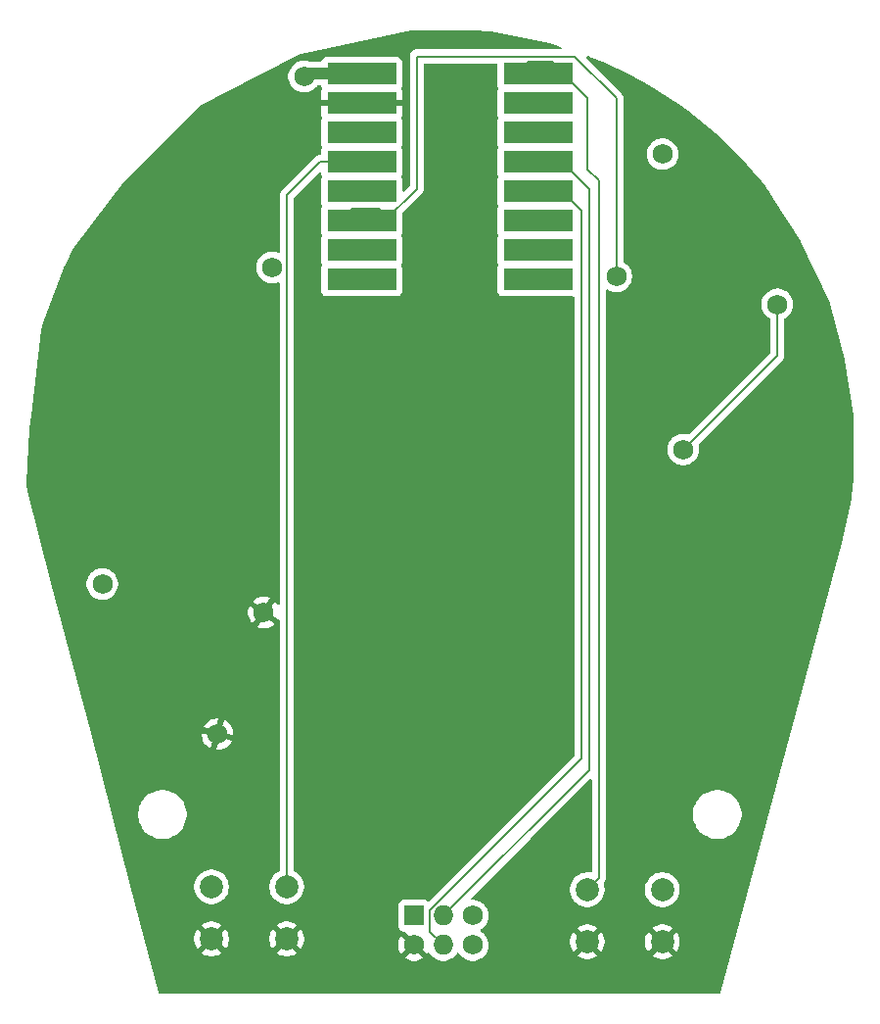
<source format=gbl>
%TF.GenerationSoftware,KiCad,Pcbnew,9.0.1*%
%TF.CreationDate,2025-07-21T02:07:33-04:00*%
%TF.ProjectId,EMP_Cyclone_SAO_v1,454d505f-4379-4636-9c6f-6e655f53414f,rev?*%
%TF.SameCoordinates,Original*%
%TF.FileFunction,Copper,L2,Bot*%
%TF.FilePolarity,Positive*%
%FSLAX46Y46*%
G04 Gerber Fmt 4.6, Leading zero omitted, Abs format (unit mm)*
G04 Created by KiCad (PCBNEW 9.0.1) date 2025-07-21 02:07:33*
%MOMM*%
%LPD*%
G01*
G04 APERTURE LIST*
%TA.AperFunction,ComponentPad*%
%ADD10C,1.727200*%
%TD*%
%TA.AperFunction,ComponentPad*%
%ADD11C,2.000000*%
%TD*%
%TA.AperFunction,ComponentPad*%
%ADD12R,1.727200X1.727200*%
%TD*%
%TA.AperFunction,ComponentPad*%
%ADD13O,1.727200X1.727200*%
%TD*%
%TA.AperFunction,SMDPad,CuDef*%
%ADD14R,6.000000X1.905000*%
%TD*%
%TA.AperFunction,ViaPad*%
%ADD15C,1.727200*%
%TD*%
%TA.AperFunction,Conductor*%
%ADD16C,0.200000*%
%TD*%
%TA.AperFunction,Conductor*%
%ADD17C,1.000000*%
%TD*%
G04 APERTURE END LIST*
D10*
%TO.P,U1,4*%
%TO.N,GND*%
X84769165Y-114549852D03*
%TO.P,U1,3*%
%TO.N,+5V*%
X85495766Y-84735330D03*
%TO.P,U1,2*%
%TO.N,N/C*%
X121051005Y-100466418D03*
%TO.P,U1,1*%
%TO.N,Net-(U2-Data_In)*%
X115264670Y-85495766D03*
%TD*%
D11*
%TO.P,SW1,1,1*%
%TO.N,Net-(U3-GPIO5)*%
X112750000Y-138500000D03*
X119250000Y-138500000D03*
%TO.P,SW1,2,2*%
%TO.N,GND*%
X112750000Y-143000000D03*
X119250000Y-143000000D03*
%TD*%
D12*
%TO.P,REF\u002A\u002A,1*%
%TO.N,+5V*%
X97770000Y-140750000D03*
D10*
%TO.P,REF\u002A\u002A,2*%
%TO.N,GND*%
X97770000Y-143290000D03*
D13*
%TO.P,REF\u002A\u002A,3*%
%TO.N,unconnected-(U3-GPIO8-Pad8)*%
X100310000Y-140750000D03*
%TO.P,REF\u002A\u002A,4*%
%TO.N,unconnected-(U3-GPIO9-Pad9)*%
X100310000Y-143290000D03*
D10*
%TO.P,REF\u002A\u002A,5*%
%TO.N,N/C*%
X102850000Y-140750000D03*
%TO.P,REF\u002A\u002A,6*%
X102850000Y-143290000D03*
%TD*%
%TO.P,U2,1*%
%TO.N,N/C*%
X129192457Y-87926418D03*
%TO.P,U2,2*%
X119264102Y-74946404D03*
%TO.P,U2,3*%
%TO.N,+5V*%
X70807543Y-112073582D03*
%TO.P,U2,4*%
%TO.N,GND*%
X80770595Y-125062894D03*
%TD*%
D11*
%TO.P,SW2,1,1*%
%TO.N,Net-(U3-GPIO4)*%
X80250000Y-138250000D03*
X86750000Y-138250000D03*
%TO.P,SW2,2,2*%
%TO.N,GND*%
X80250000Y-142750000D03*
X86750000Y-142750000D03*
%TD*%
D14*
%TO.P,U3,0,GPIO0*%
%TO.N,unconnected-(U3-GPIO0-Pad0)*%
X93250000Y-85780000D03*
%TO.P,U3,1,GPIO1*%
%TO.N,unconnected-(U3-GPIO1-Pad1)*%
X93250000Y-83240000D03*
%TO.P,U3,2,GPIO2*%
%TO.N,Net-(U2-Data_In)*%
X93250000Y-80700000D03*
%TO.P,U3,3,GPIO3*%
%TO.N,unconnected-(U3-GPIO3-Pad3)*%
X93250000Y-78160000D03*
%TO.P,U3,3.3,3V3*%
%TO.N,unconnected-(U3-3V3-Pad3.3)*%
X93250000Y-73080000D03*
%TO.P,U3,4,GPIO4*%
%TO.N,Net-(U3-GPIO4)*%
X93250000Y-75620000D03*
%TO.P,U3,5,GPIO5*%
%TO.N,Net-(U3-GPIO5)*%
X108490000Y-68000000D03*
%TO.P,U3,5V,5V*%
%TO.N,+5V*%
X93250000Y-68000000D03*
%TO.P,U3,6,GPIO6*%
%TO.N,unconnected-(U3-GPIO6-Pad6)*%
X108490000Y-70540000D03*
%TO.P,U3,7,GPIO7*%
%TO.N,unconnected-(U3-GPIO7-Pad7)*%
X108490000Y-73080000D03*
%TO.P,U3,8,GPIO8*%
%TO.N,unconnected-(U3-GPIO8-Pad8)*%
X108490000Y-75620000D03*
%TO.P,U3,9,GPIO9*%
%TO.N,unconnected-(U3-GPIO9-Pad9)*%
X108490000Y-78160000D03*
%TO.P,U3,10,GPIO10*%
%TO.N,unconnected-(U3-GPIO10-Pad10)*%
X108490000Y-80700000D03*
%TO.P,U3,20,GPIO20*%
%TO.N,unconnected-(U3-GPIO20-Pad20)*%
X108490000Y-83240000D03*
%TO.P,U3,21,GPIO21*%
%TO.N,unconnected-(U3-GPIO21-Pad21)*%
X108490000Y-85780000D03*
%TO.P,U3,G,GND*%
%TO.N,GND*%
X93250000Y-70540000D03*
%TD*%
D15*
%TO.N,+5V*%
X88250000Y-68250000D03*
%TD*%
D16*
%TO.N,unconnected-(U3-GPIO8-Pad8)*%
X108490000Y-75620000D02*
X110537500Y-75620000D01*
X110537500Y-75620000D02*
X112900000Y-77982500D01*
X112900000Y-128160000D02*
X100310000Y-140750000D01*
X112900000Y-77982500D02*
X112900000Y-128160000D01*
%TO.N,unconnected-(U3-GPIO9-Pad9)*%
X112250000Y-127163006D02*
X99145400Y-140267606D01*
X112250000Y-79872500D02*
X112250000Y-127163006D01*
X99145400Y-142125400D02*
X100310000Y-143290000D01*
X108490000Y-78160000D02*
X110537500Y-78160000D01*
X110537500Y-78160000D02*
X112250000Y-79872500D01*
X99145400Y-140267606D02*
X99145400Y-142125400D01*
%TO.N,Net-(U3-GPIO5)*%
X112750000Y-138500000D02*
X113750000Y-137500000D01*
X113750000Y-137500000D02*
X113750000Y-77250000D01*
X113750000Y-77250000D02*
X112750000Y-76250000D01*
X109667500Y-67000000D02*
X107620000Y-67000000D01*
X112750000Y-76250000D02*
X112750000Y-70082500D01*
X112750000Y-70082500D02*
X109667500Y-67000000D01*
%TO.N,*%
X129192457Y-87926418D02*
X129192457Y-92324966D01*
X129192457Y-92324966D02*
X121051005Y-100466418D01*
%TO.N,Net-(U3-GPIO4)*%
X93250000Y-75620000D02*
X89630000Y-75620000D01*
X89630000Y-75620000D02*
X86750000Y-78500000D01*
X86750000Y-78500000D02*
X86750000Y-138250000D01*
%TO.N,Net-(U2-Data_In)*%
X92380000Y-79700000D02*
X92430000Y-79750000D01*
X115264670Y-85495766D02*
X115264670Y-70090170D01*
X95264500Y-80700000D02*
X93250000Y-80700000D01*
X98000000Y-66500000D02*
X98000000Y-77964500D01*
X94786500Y-79700000D02*
X92380000Y-79700000D01*
X111674500Y-66500000D02*
X98000000Y-66500000D01*
X98000000Y-77964500D02*
X95264500Y-80700000D01*
X92430000Y-79750000D02*
X94500000Y-79750000D01*
X115264670Y-70090170D02*
X111674500Y-66500000D01*
D17*
%TO.N,+5V*%
X88500000Y-68000000D02*
X88250000Y-68250000D01*
X93250000Y-68000000D02*
X88500000Y-68000000D01*
%TD*%
%TA.AperFunction,Conductor*%
%TO.N,GND*%
G36*
X103232515Y-64250542D02*
G01*
X103944457Y-64317338D01*
X103948489Y-64317784D01*
X104401132Y-64375468D01*
X104408826Y-64376697D01*
X109116102Y-65281942D01*
X109124509Y-65283864D01*
X109787691Y-65459991D01*
X109791599Y-65461099D01*
X110192640Y-65581996D01*
X110440704Y-65656777D01*
X110499209Y-65694974D01*
X110527776Y-65758736D01*
X110517335Y-65827822D01*
X110471201Y-65880295D01*
X110404914Y-65899500D01*
X97920943Y-65899500D01*
X97768216Y-65940423D01*
X97768209Y-65940426D01*
X97631290Y-66019475D01*
X97631282Y-66019481D01*
X97519481Y-66131282D01*
X97519475Y-66131290D01*
X97440426Y-66268209D01*
X97440423Y-66268216D01*
X97399500Y-66420943D01*
X97399500Y-77664402D01*
X97379815Y-77731441D01*
X97363181Y-77752083D01*
X96962180Y-78153084D01*
X96900857Y-78186569D01*
X96831165Y-78181585D01*
X96775232Y-78139713D01*
X96750815Y-78074249D01*
X96750499Y-78065403D01*
X96750499Y-77159629D01*
X96750498Y-77159623D01*
X96750497Y-77159616D01*
X96744091Y-77100017D01*
X96744091Y-77100016D01*
X96693798Y-76965173D01*
X96693796Y-76965171D01*
X96693796Y-76965169D01*
X96693154Y-76964312D01*
X96692781Y-76963311D01*
X96689548Y-76957391D01*
X96690399Y-76956926D01*
X96668735Y-76898853D01*
X96683583Y-76830579D01*
X96693151Y-76815692D01*
X96693796Y-76814831D01*
X96744091Y-76679983D01*
X96750500Y-76620373D01*
X96750499Y-74619628D01*
X96744091Y-74560017D01*
X96744091Y-74560016D01*
X96693798Y-74425173D01*
X96693796Y-74425171D01*
X96693796Y-74425169D01*
X96693154Y-74424312D01*
X96692781Y-74423311D01*
X96689548Y-74417391D01*
X96690399Y-74416926D01*
X96668735Y-74358853D01*
X96683583Y-74290579D01*
X96693151Y-74275692D01*
X96693796Y-74274831D01*
X96744091Y-74139983D01*
X96750500Y-74080373D01*
X96750499Y-72079628D01*
X96744091Y-72020017D01*
X96724221Y-71966744D01*
X96693797Y-71885173D01*
X96693796Y-71885169D01*
X96692842Y-71883895D01*
X96692286Y-71882405D01*
X96689546Y-71877386D01*
X96690267Y-71876992D01*
X96668423Y-71818436D01*
X96683271Y-71750162D01*
X96692849Y-71735260D01*
X96693352Y-71734587D01*
X96743597Y-71599876D01*
X96743598Y-71599872D01*
X96749999Y-71540344D01*
X96750000Y-71540327D01*
X96750000Y-70790000D01*
X89750000Y-70790000D01*
X89750000Y-71540344D01*
X89756401Y-71599872D01*
X89756403Y-71599879D01*
X89806645Y-71734586D01*
X89806648Y-71734591D01*
X89807160Y-71735275D01*
X89807458Y-71736074D01*
X89810897Y-71742372D01*
X89809991Y-71742866D01*
X89831575Y-71800740D01*
X89816722Y-71869012D01*
X89807161Y-71883890D01*
X89806205Y-71885166D01*
X89806202Y-71885171D01*
X89755908Y-72020017D01*
X89750653Y-72068901D01*
X89749501Y-72079623D01*
X89749500Y-72079635D01*
X89749500Y-74080370D01*
X89749501Y-74080376D01*
X89755908Y-74139983D01*
X89806202Y-74274828D01*
X89806205Y-74274833D01*
X89806848Y-74275692D01*
X89807222Y-74276695D01*
X89810454Y-74282614D01*
X89809602Y-74283078D01*
X89831263Y-74341157D01*
X89816410Y-74409429D01*
X89806848Y-74424308D01*
X89806205Y-74425166D01*
X89806202Y-74425171D01*
X89755908Y-74560017D01*
X89749501Y-74619616D01*
X89749501Y-74619623D01*
X89749500Y-74619635D01*
X89749500Y-74895500D01*
X89729815Y-74962539D01*
X89677011Y-75008294D01*
X89625500Y-75019500D01*
X89550943Y-75019500D01*
X89398215Y-75060423D01*
X89398214Y-75060423D01*
X89398212Y-75060424D01*
X89398209Y-75060425D01*
X89348096Y-75089359D01*
X89348095Y-75089360D01*
X89304689Y-75114420D01*
X89261285Y-75139479D01*
X89261282Y-75139481D01*
X86269481Y-78131282D01*
X86269479Y-78131285D01*
X86231954Y-78196282D01*
X86231953Y-78196284D01*
X86190423Y-78268214D01*
X86190423Y-78268215D01*
X86149499Y-78420943D01*
X86149499Y-78420945D01*
X86149499Y-78589046D01*
X86149500Y-78589059D01*
X86149500Y-83342769D01*
X86129815Y-83409808D01*
X86077011Y-83455563D01*
X86007853Y-83465507D01*
X85987183Y-83460700D01*
X85815195Y-83404819D01*
X85815196Y-83404819D01*
X85656140Y-83379627D01*
X85603123Y-83371230D01*
X85388409Y-83371230D01*
X85317719Y-83382426D01*
X85176337Y-83404819D01*
X84972135Y-83471167D01*
X84972132Y-83471168D01*
X84780821Y-83568647D01*
X84681715Y-83640652D01*
X84607115Y-83694853D01*
X84607113Y-83694855D01*
X84607112Y-83694855D01*
X84455291Y-83846676D01*
X84455291Y-83846677D01*
X84455289Y-83846679D01*
X84401784Y-83920322D01*
X84329083Y-84020385D01*
X84231604Y-84211696D01*
X84231603Y-84211699D01*
X84165255Y-84415901D01*
X84131666Y-84627973D01*
X84131666Y-84842686D01*
X84165255Y-85054758D01*
X84231603Y-85258960D01*
X84231604Y-85258963D01*
X84297561Y-85388409D01*
X84329083Y-85450274D01*
X84455289Y-85623981D01*
X84607115Y-85775807D01*
X84780822Y-85902013D01*
X84842032Y-85933201D01*
X84972132Y-85999491D01*
X84972135Y-85999492D01*
X85033404Y-86019399D01*
X85176339Y-86065841D01*
X85388409Y-86099430D01*
X85388410Y-86099430D01*
X85603122Y-86099430D01*
X85603123Y-86099430D01*
X85815193Y-86065841D01*
X85987182Y-86009959D01*
X86057023Y-86007964D01*
X86116856Y-86044044D01*
X86147684Y-86106745D01*
X86149500Y-86127890D01*
X86149500Y-113748191D01*
X86129815Y-113815230D01*
X86077011Y-113860985D01*
X86007853Y-113870929D01*
X85944297Y-113841904D01*
X85925182Y-113821077D01*
X85809261Y-113661527D01*
X85742863Y-113595128D01*
X85228585Y-114329591D01*
X85175667Y-114237932D01*
X85081085Y-114143350D01*
X84965246Y-114076471D01*
X84836045Y-114041852D01*
X84819676Y-114041852D01*
X85334040Y-113307265D01*
X85292602Y-113286152D01*
X85088478Y-113219828D01*
X84876488Y-113186252D01*
X84661842Y-113186252D01*
X84449853Y-113219827D01*
X84245719Y-113286155D01*
X84054479Y-113383598D01*
X83880842Y-113509752D01*
X83880835Y-113509758D01*
X83814440Y-113576152D01*
X84548905Y-114090430D01*
X84457245Y-114143350D01*
X84362663Y-114237932D01*
X84295784Y-114353771D01*
X84261165Y-114482972D01*
X84261165Y-114499338D01*
X83526577Y-113984976D01*
X83505466Y-114026412D01*
X83505465Y-114026415D01*
X83439141Y-114230536D01*
X83439141Y-114230539D01*
X83405565Y-114442528D01*
X83405565Y-114657175D01*
X83439140Y-114869163D01*
X83505468Y-115073297D01*
X83602909Y-115264534D01*
X83729068Y-115438176D01*
X83795465Y-115504574D01*
X84309742Y-114770110D01*
X84362663Y-114861772D01*
X84457245Y-114956354D01*
X84573084Y-115023233D01*
X84702285Y-115057852D01*
X84718650Y-115057852D01*
X84204288Y-115792437D01*
X84245719Y-115813548D01*
X84449853Y-115879876D01*
X84661842Y-115913452D01*
X84876488Y-115913452D01*
X85088476Y-115879876D01*
X85292610Y-115813548D01*
X85483847Y-115716107D01*
X85657496Y-115589943D01*
X85723888Y-115523550D01*
X84989424Y-115009273D01*
X85081085Y-114956354D01*
X85175667Y-114861772D01*
X85242546Y-114745933D01*
X85277165Y-114616732D01*
X85277165Y-114600364D01*
X86018916Y-115119745D01*
X86065311Y-115121659D01*
X86122481Y-115161825D01*
X86148861Y-115226524D01*
X86149500Y-115239095D01*
X86149500Y-136795931D01*
X86129815Y-136862970D01*
X86081796Y-136906415D01*
X85963568Y-136966655D01*
X85845984Y-137052086D01*
X85772490Y-137105483D01*
X85772488Y-137105485D01*
X85772487Y-137105485D01*
X85605485Y-137272487D01*
X85605485Y-137272488D01*
X85605483Y-137272490D01*
X85545862Y-137354550D01*
X85466657Y-137463566D01*
X85359433Y-137674003D01*
X85286446Y-137898631D01*
X85249500Y-138131902D01*
X85249500Y-138368097D01*
X85286446Y-138601368D01*
X85359433Y-138825996D01*
X85466657Y-139036433D01*
X85605483Y-139227510D01*
X85772490Y-139394517D01*
X85963567Y-139533343D01*
X86003885Y-139553886D01*
X86174003Y-139640566D01*
X86174005Y-139640566D01*
X86174008Y-139640568D01*
X86294412Y-139679689D01*
X86398631Y-139713553D01*
X86631903Y-139750500D01*
X86631908Y-139750500D01*
X86868097Y-139750500D01*
X87101368Y-139713553D01*
X87113771Y-139709523D01*
X87325992Y-139640568D01*
X87536433Y-139533343D01*
X87727510Y-139394517D01*
X87894517Y-139227510D01*
X88033343Y-139036433D01*
X88140568Y-138825992D01*
X88213553Y-138601368D01*
X88250500Y-138368097D01*
X88250500Y-138131902D01*
X88213553Y-137898631D01*
X88159341Y-137731785D01*
X88140568Y-137674008D01*
X88140566Y-137674005D01*
X88140566Y-137674003D01*
X88033342Y-137463566D01*
X87894517Y-137272490D01*
X87727510Y-137105483D01*
X87611722Y-137021358D01*
X87536431Y-136966655D01*
X87418204Y-136906415D01*
X87367409Y-136858441D01*
X87350500Y-136795931D01*
X87350500Y-78800096D01*
X87370185Y-78733057D01*
X87386814Y-78712420D01*
X89539964Y-76559269D01*
X89601285Y-76525786D01*
X89670977Y-76530770D01*
X89726910Y-76572642D01*
X89750933Y-76633698D01*
X89755908Y-76679983D01*
X89806202Y-76814828D01*
X89806205Y-76814833D01*
X89806848Y-76815692D01*
X89807222Y-76816695D01*
X89810454Y-76822614D01*
X89809602Y-76823078D01*
X89831263Y-76881157D01*
X89816410Y-76949429D01*
X89806848Y-76964308D01*
X89806205Y-76965166D01*
X89806202Y-76965171D01*
X89755908Y-77100017D01*
X89749501Y-77159616D01*
X89749501Y-77159623D01*
X89749500Y-77159635D01*
X89749500Y-79160370D01*
X89749501Y-79160376D01*
X89755908Y-79219983D01*
X89806202Y-79354828D01*
X89806205Y-79354833D01*
X89806848Y-79355692D01*
X89807222Y-79356695D01*
X89810454Y-79362614D01*
X89809602Y-79363078D01*
X89831263Y-79421157D01*
X89816410Y-79489429D01*
X89806848Y-79504308D01*
X89806205Y-79505166D01*
X89806202Y-79505171D01*
X89755908Y-79640017D01*
X89749501Y-79699616D01*
X89749500Y-79699635D01*
X89749500Y-81700370D01*
X89749501Y-81700376D01*
X89755908Y-81759983D01*
X89806202Y-81894828D01*
X89806205Y-81894833D01*
X89806848Y-81895692D01*
X89807222Y-81896695D01*
X89810454Y-81902614D01*
X89809602Y-81903078D01*
X89831263Y-81961157D01*
X89816410Y-82029429D01*
X89806848Y-82044308D01*
X89806205Y-82045166D01*
X89806202Y-82045171D01*
X89755908Y-82180017D01*
X89749501Y-82239616D01*
X89749501Y-82239623D01*
X89749500Y-82239635D01*
X89749500Y-84240370D01*
X89749501Y-84240376D01*
X89755908Y-84299983D01*
X89806202Y-84434828D01*
X89806205Y-84434833D01*
X89806848Y-84435692D01*
X89807222Y-84436695D01*
X89810454Y-84442614D01*
X89809602Y-84443078D01*
X89831263Y-84501157D01*
X89816410Y-84569429D01*
X89806848Y-84584308D01*
X89806205Y-84585166D01*
X89806202Y-84585171D01*
X89755908Y-84720017D01*
X89749501Y-84779616D01*
X89749501Y-84779623D01*
X89749500Y-84779635D01*
X89749500Y-86780370D01*
X89749501Y-86780376D01*
X89755908Y-86839983D01*
X89806202Y-86974828D01*
X89806206Y-86974835D01*
X89892452Y-87090044D01*
X89892455Y-87090047D01*
X90007664Y-87176293D01*
X90007671Y-87176297D01*
X90142517Y-87226591D01*
X90142516Y-87226591D01*
X90149444Y-87227335D01*
X90202127Y-87233000D01*
X96297872Y-87232999D01*
X96357483Y-87226591D01*
X96492331Y-87176296D01*
X96607546Y-87090046D01*
X96693796Y-86974831D01*
X96744091Y-86839983D01*
X96750500Y-86780373D01*
X96750499Y-84779628D01*
X96744091Y-84720017D01*
X96709761Y-84627973D01*
X96693798Y-84585173D01*
X96693796Y-84585171D01*
X96693796Y-84585169D01*
X96693154Y-84584312D01*
X96692781Y-84583311D01*
X96689548Y-84577391D01*
X96690399Y-84576926D01*
X96668735Y-84518853D01*
X96683583Y-84450579D01*
X96693151Y-84435692D01*
X96693796Y-84434831D01*
X96744091Y-84299983D01*
X96750500Y-84240373D01*
X96750499Y-82239628D01*
X96744091Y-82180017D01*
X96744091Y-82180016D01*
X96693798Y-82045173D01*
X96693796Y-82045171D01*
X96693796Y-82045169D01*
X96693154Y-82044312D01*
X96692781Y-82043311D01*
X96689548Y-82037391D01*
X96690399Y-82036926D01*
X96668735Y-81978853D01*
X96683583Y-81910579D01*
X96693151Y-81895692D01*
X96693796Y-81894831D01*
X96744091Y-81759983D01*
X96750500Y-81700373D01*
X96750499Y-80114595D01*
X96770184Y-80047557D01*
X96786813Y-80026920D01*
X98358506Y-78455228D01*
X98358511Y-78455224D01*
X98368714Y-78445020D01*
X98368716Y-78445020D01*
X98480520Y-78333216D01*
X98539785Y-78230565D01*
X98559577Y-78196285D01*
X98600500Y-78043558D01*
X98600500Y-77885443D01*
X98600500Y-67224500D01*
X98620185Y-67157461D01*
X98672989Y-67111706D01*
X98724500Y-67100500D01*
X104865500Y-67100500D01*
X104932539Y-67120185D01*
X104978294Y-67172989D01*
X104989500Y-67224500D01*
X104989500Y-69000370D01*
X104989501Y-69000376D01*
X104995908Y-69059983D01*
X105046202Y-69194828D01*
X105046205Y-69194833D01*
X105046848Y-69195692D01*
X105047222Y-69196695D01*
X105050454Y-69202614D01*
X105049602Y-69203078D01*
X105071263Y-69261157D01*
X105056410Y-69329429D01*
X105046848Y-69344308D01*
X105046205Y-69345166D01*
X105046202Y-69345171D01*
X104995908Y-69480017D01*
X104989501Y-69539616D01*
X104989500Y-69539635D01*
X104989500Y-71540370D01*
X104989501Y-71540376D01*
X104995908Y-71599983D01*
X105046202Y-71734828D01*
X105046205Y-71734833D01*
X105046848Y-71735692D01*
X105047222Y-71736695D01*
X105050454Y-71742614D01*
X105049602Y-71743078D01*
X105071263Y-71801157D01*
X105056410Y-71869429D01*
X105046848Y-71884308D01*
X105046205Y-71885166D01*
X105046202Y-71885171D01*
X104995908Y-72020017D01*
X104990653Y-72068901D01*
X104989501Y-72079623D01*
X104989500Y-72079635D01*
X104989500Y-74080370D01*
X104989501Y-74080376D01*
X104995908Y-74139983D01*
X105046202Y-74274828D01*
X105046205Y-74274833D01*
X105046848Y-74275692D01*
X105047222Y-74276695D01*
X105050454Y-74282614D01*
X105049602Y-74283078D01*
X105071263Y-74341157D01*
X105056410Y-74409429D01*
X105046848Y-74424308D01*
X105046205Y-74425166D01*
X105046202Y-74425171D01*
X104995908Y-74560017D01*
X104989501Y-74619616D01*
X104989501Y-74619623D01*
X104989500Y-74619635D01*
X104989500Y-76620370D01*
X104989501Y-76620376D01*
X104995908Y-76679983D01*
X105046202Y-76814828D01*
X105046205Y-76814833D01*
X105046848Y-76815692D01*
X105047222Y-76816695D01*
X105050454Y-76822614D01*
X105049602Y-76823078D01*
X105071263Y-76881157D01*
X105056410Y-76949429D01*
X105046848Y-76964308D01*
X105046205Y-76965166D01*
X105046202Y-76965171D01*
X104995908Y-77100017D01*
X104989501Y-77159616D01*
X104989501Y-77159623D01*
X104989500Y-77159635D01*
X104989500Y-79160370D01*
X104989501Y-79160376D01*
X104995908Y-79219983D01*
X105046202Y-79354828D01*
X105046205Y-79354833D01*
X105046848Y-79355692D01*
X105047222Y-79356695D01*
X105050454Y-79362614D01*
X105049602Y-79363078D01*
X105071263Y-79421157D01*
X105056410Y-79489429D01*
X105046848Y-79504308D01*
X105046205Y-79505166D01*
X105046202Y-79505171D01*
X104995908Y-79640017D01*
X104989501Y-79699616D01*
X104989500Y-79699635D01*
X104989500Y-81700370D01*
X104989501Y-81700376D01*
X104995908Y-81759983D01*
X105046202Y-81894828D01*
X105046205Y-81894833D01*
X105046848Y-81895692D01*
X105047222Y-81896695D01*
X105050454Y-81902614D01*
X105049602Y-81903078D01*
X105071263Y-81961157D01*
X105056410Y-82029429D01*
X105046848Y-82044308D01*
X105046205Y-82045166D01*
X105046202Y-82045171D01*
X104995908Y-82180017D01*
X104989501Y-82239616D01*
X104989501Y-82239623D01*
X104989500Y-82239635D01*
X104989500Y-84240370D01*
X104989501Y-84240376D01*
X104995908Y-84299983D01*
X105046202Y-84434828D01*
X105046205Y-84434833D01*
X105046848Y-84435692D01*
X105047222Y-84436695D01*
X105050454Y-84442614D01*
X105049602Y-84443078D01*
X105071263Y-84501157D01*
X105056410Y-84569429D01*
X105046848Y-84584308D01*
X105046205Y-84585166D01*
X105046202Y-84585171D01*
X104995908Y-84720017D01*
X104989501Y-84779616D01*
X104989501Y-84779623D01*
X104989500Y-84779635D01*
X104989500Y-86780370D01*
X104989501Y-86780376D01*
X104995908Y-86839983D01*
X105046202Y-86974828D01*
X105046206Y-86974835D01*
X105132452Y-87090044D01*
X105132455Y-87090047D01*
X105247664Y-87176293D01*
X105247671Y-87176297D01*
X105382517Y-87226591D01*
X105382516Y-87226591D01*
X105389444Y-87227335D01*
X105442127Y-87233000D01*
X111525500Y-87232999D01*
X111592539Y-87252684D01*
X111638294Y-87305488D01*
X111649500Y-87356999D01*
X111649500Y-126862908D01*
X111629815Y-126929947D01*
X111613181Y-126950589D01*
X99092154Y-139471615D01*
X99030831Y-139505100D01*
X98961139Y-139500116D01*
X98930162Y-139483201D01*
X98875931Y-139442604D01*
X98875928Y-139442602D01*
X98741082Y-139392308D01*
X98741083Y-139392308D01*
X98681483Y-139385901D01*
X98681481Y-139385900D01*
X98681473Y-139385900D01*
X98681464Y-139385900D01*
X96858529Y-139385900D01*
X96858523Y-139385901D01*
X96798916Y-139392308D01*
X96664071Y-139442602D01*
X96664064Y-139442606D01*
X96548855Y-139528852D01*
X96548852Y-139528855D01*
X96462606Y-139644064D01*
X96462602Y-139644071D01*
X96412308Y-139778917D01*
X96405901Y-139838516D01*
X96405900Y-139838535D01*
X96405900Y-141661470D01*
X96405901Y-141661476D01*
X96412308Y-141721083D01*
X96462602Y-141855928D01*
X96462606Y-141855935D01*
X96548852Y-141971144D01*
X96548855Y-141971147D01*
X96664064Y-142057393D01*
X96664071Y-142057397D01*
X96708782Y-142074073D01*
X96798917Y-142107691D01*
X96858527Y-142114100D01*
X96896289Y-142114099D01*
X96963326Y-142133782D01*
X96983970Y-142150418D01*
X97634058Y-142800504D01*
X97573919Y-142816619D01*
X97458080Y-142883498D01*
X97363498Y-142978080D01*
X97296619Y-143093919D01*
X97280504Y-143154057D01*
X96644992Y-142518544D01*
X96644992Y-142518545D01*
X96603744Y-142575317D01*
X96506303Y-142766554D01*
X96439975Y-142970688D01*
X96406400Y-143182676D01*
X96406400Y-143397323D01*
X96439975Y-143609311D01*
X96506303Y-143813445D01*
X96603743Y-144004681D01*
X96644992Y-144061453D01*
X96644992Y-144061454D01*
X97280504Y-143425941D01*
X97296619Y-143486081D01*
X97363498Y-143601920D01*
X97458080Y-143696502D01*
X97573919Y-143763381D01*
X97634057Y-143779494D01*
X96998545Y-144415006D01*
X97055317Y-144456255D01*
X97246554Y-144553696D01*
X97450688Y-144620024D01*
X97662677Y-144653600D01*
X97877323Y-144653600D01*
X98089311Y-144620024D01*
X98293445Y-144553696D01*
X98484682Y-144456255D01*
X98541453Y-144415007D01*
X98541453Y-144415006D01*
X97905942Y-143779495D01*
X97966081Y-143763381D01*
X98081920Y-143696502D01*
X98176502Y-143601920D01*
X98243381Y-143486081D01*
X98259495Y-143425941D01*
X98895006Y-144061453D01*
X98895007Y-144061453D01*
X98939120Y-144000740D01*
X98940984Y-144002094D01*
X98985674Y-143961578D01*
X99054591Y-143950084D01*
X99118783Y-143977674D01*
X99139565Y-144001646D01*
X99140453Y-144001002D01*
X99143316Y-144004943D01*
X99143317Y-144004944D01*
X99269523Y-144178651D01*
X99421349Y-144330477D01*
X99595056Y-144456683D01*
X99680070Y-144500000D01*
X99786366Y-144554161D01*
X99786369Y-144554162D01*
X99888470Y-144587336D01*
X99990573Y-144620511D01*
X100202643Y-144654100D01*
X100202644Y-144654100D01*
X100417356Y-144654100D01*
X100417357Y-144654100D01*
X100629427Y-144620511D01*
X100833633Y-144554161D01*
X101024944Y-144456683D01*
X101198651Y-144330477D01*
X101350477Y-144178651D01*
X101476683Y-144004944D01*
X101476683Y-144004943D01*
X101479547Y-144001002D01*
X101481478Y-144002405D01*
X101525927Y-143962078D01*
X101594840Y-143950558D01*
X101659042Y-143978125D01*
X101679478Y-144001709D01*
X101680453Y-144001002D01*
X101683316Y-144004943D01*
X101683317Y-144004944D01*
X101809523Y-144178651D01*
X101961349Y-144330477D01*
X102135056Y-144456683D01*
X102220070Y-144500000D01*
X102326366Y-144554161D01*
X102326369Y-144554162D01*
X102428470Y-144587336D01*
X102530573Y-144620511D01*
X102742643Y-144654100D01*
X102742644Y-144654100D01*
X102957356Y-144654100D01*
X102957357Y-144654100D01*
X103169427Y-144620511D01*
X103373633Y-144554161D01*
X103564944Y-144456683D01*
X103738651Y-144330477D01*
X103890477Y-144178651D01*
X104016683Y-144004944D01*
X104114161Y-143813633D01*
X104180511Y-143609427D01*
X104214100Y-143397357D01*
X104214100Y-143182643D01*
X104180511Y-142970573D01*
X104151715Y-142881947D01*
X111250000Y-142881947D01*
X111250000Y-143118052D01*
X111286934Y-143351247D01*
X111359897Y-143575802D01*
X111467087Y-143786174D01*
X111527338Y-143869104D01*
X111527340Y-143869105D01*
X112226212Y-143170233D01*
X112237482Y-143212292D01*
X112309890Y-143337708D01*
X112412292Y-143440110D01*
X112537708Y-143512518D01*
X112579765Y-143523787D01*
X111880893Y-144222658D01*
X111963828Y-144282914D01*
X112174197Y-144390102D01*
X112398752Y-144463065D01*
X112398751Y-144463065D01*
X112631948Y-144500000D01*
X112868052Y-144500000D01*
X113101247Y-144463065D01*
X113325802Y-144390102D01*
X113536163Y-144282918D01*
X113536169Y-144282914D01*
X113619104Y-144222658D01*
X113619105Y-144222658D01*
X112920233Y-143523787D01*
X112962292Y-143512518D01*
X113087708Y-143440110D01*
X113190110Y-143337708D01*
X113262518Y-143212292D01*
X113273787Y-143170233D01*
X113972658Y-143869105D01*
X113972658Y-143869104D01*
X114032914Y-143786169D01*
X114032918Y-143786163D01*
X114140102Y-143575802D01*
X114213065Y-143351247D01*
X114250000Y-143118052D01*
X114250000Y-142881947D01*
X117750000Y-142881947D01*
X117750000Y-143118052D01*
X117786934Y-143351247D01*
X117859897Y-143575802D01*
X117967087Y-143786174D01*
X118027338Y-143869104D01*
X118027340Y-143869105D01*
X118726212Y-143170233D01*
X118737482Y-143212292D01*
X118809890Y-143337708D01*
X118912292Y-143440110D01*
X119037708Y-143512518D01*
X119079765Y-143523787D01*
X118380893Y-144222658D01*
X118463828Y-144282914D01*
X118674197Y-144390102D01*
X118898752Y-144463065D01*
X118898751Y-144463065D01*
X119131948Y-144500000D01*
X119368052Y-144500000D01*
X119601247Y-144463065D01*
X119825802Y-144390102D01*
X120036163Y-144282918D01*
X120036169Y-144282914D01*
X120119104Y-144222658D01*
X120119105Y-144222658D01*
X119420233Y-143523787D01*
X119462292Y-143512518D01*
X119587708Y-143440110D01*
X119690110Y-143337708D01*
X119762518Y-143212292D01*
X119773787Y-143170233D01*
X120472658Y-143869105D01*
X120472658Y-143869104D01*
X120532914Y-143786169D01*
X120532918Y-143786163D01*
X120640102Y-143575802D01*
X120713065Y-143351247D01*
X120750000Y-143118052D01*
X120750000Y-142881947D01*
X120713065Y-142648752D01*
X120640102Y-142424197D01*
X120532914Y-142213828D01*
X120472658Y-142130894D01*
X120472658Y-142130893D01*
X119773787Y-142829765D01*
X119762518Y-142787708D01*
X119690110Y-142662292D01*
X119587708Y-142559890D01*
X119462292Y-142487482D01*
X119420234Y-142476212D01*
X120119105Y-141777340D01*
X120119104Y-141777338D01*
X120036174Y-141717087D01*
X119825802Y-141609897D01*
X119601247Y-141536934D01*
X119601248Y-141536934D01*
X119368052Y-141500000D01*
X119131948Y-141500000D01*
X118898752Y-141536934D01*
X118674197Y-141609897D01*
X118463830Y-141717084D01*
X118380894Y-141777340D01*
X119079766Y-142476212D01*
X119037708Y-142487482D01*
X118912292Y-142559890D01*
X118809890Y-142662292D01*
X118737482Y-142787708D01*
X118726212Y-142829766D01*
X118027340Y-142130894D01*
X117967084Y-142213830D01*
X117859897Y-142424197D01*
X117786934Y-142648752D01*
X117750000Y-142881947D01*
X114250000Y-142881947D01*
X114213065Y-142648752D01*
X114140102Y-142424197D01*
X114032914Y-142213828D01*
X113972658Y-142130894D01*
X113972658Y-142130893D01*
X113273787Y-142829765D01*
X113262518Y-142787708D01*
X113190110Y-142662292D01*
X113087708Y-142559890D01*
X112962292Y-142487482D01*
X112920234Y-142476212D01*
X113619105Y-141777340D01*
X113619104Y-141777339D01*
X113536174Y-141717087D01*
X113325802Y-141609897D01*
X113101247Y-141536934D01*
X113101248Y-141536934D01*
X112868052Y-141500000D01*
X112631948Y-141500000D01*
X112398752Y-141536934D01*
X112174197Y-141609897D01*
X111963830Y-141717084D01*
X111880894Y-141777340D01*
X112579766Y-142476212D01*
X112537708Y-142487482D01*
X112412292Y-142559890D01*
X112309890Y-142662292D01*
X112237482Y-142787708D01*
X112226212Y-142829766D01*
X111527340Y-142130894D01*
X111467084Y-142213830D01*
X111359897Y-142424197D01*
X111286934Y-142648752D01*
X111250000Y-142881947D01*
X104151715Y-142881947D01*
X104120000Y-142784337D01*
X104114162Y-142766369D01*
X104114161Y-142766366D01*
X104038579Y-142618030D01*
X104016683Y-142575056D01*
X103890477Y-142401349D01*
X103738651Y-142249523D01*
X103564944Y-142123317D01*
X103564943Y-142123316D01*
X103561002Y-142120453D01*
X103562405Y-142118521D01*
X103522078Y-142074073D01*
X103510558Y-142005160D01*
X103538125Y-141940958D01*
X103561709Y-141920521D01*
X103561002Y-141919547D01*
X103564944Y-141916683D01*
X103738651Y-141790477D01*
X103890477Y-141638651D01*
X104016683Y-141464944D01*
X104114161Y-141273633D01*
X104180511Y-141069427D01*
X104214100Y-140857357D01*
X104214100Y-140642643D01*
X104180511Y-140430573D01*
X104114161Y-140226367D01*
X104114161Y-140226366D01*
X104016682Y-140035055D01*
X103890477Y-139861349D01*
X103738651Y-139709523D01*
X103564944Y-139583317D01*
X103507183Y-139553886D01*
X103373633Y-139485838D01*
X103373630Y-139485837D01*
X103169428Y-139419489D01*
X103063392Y-139402694D01*
X102957357Y-139385900D01*
X102822696Y-139385900D01*
X102755657Y-139366215D01*
X102709902Y-139313411D01*
X102699958Y-139244253D01*
X102728983Y-139180697D01*
X102735015Y-139174219D01*
X107808736Y-134100498D01*
X112937821Y-128971413D01*
X112999142Y-128937930D01*
X113068834Y-128942914D01*
X113124767Y-128984786D01*
X113149184Y-129050250D01*
X113149500Y-129059096D01*
X113149500Y-136898885D01*
X113129815Y-136965924D01*
X113077011Y-137011679D01*
X113007853Y-137021623D01*
X113006102Y-137021358D01*
X112868097Y-136999500D01*
X112868092Y-136999500D01*
X112631908Y-136999500D01*
X112631903Y-136999500D01*
X112398631Y-137036446D01*
X112174003Y-137109433D01*
X111963566Y-137216657D01*
X111854550Y-137295862D01*
X111772490Y-137355483D01*
X111772488Y-137355485D01*
X111772487Y-137355485D01*
X111605485Y-137522487D01*
X111605485Y-137522488D01*
X111605483Y-137522490D01*
X111564386Y-137579055D01*
X111466657Y-137713566D01*
X111359433Y-137924003D01*
X111286446Y-138148631D01*
X111249500Y-138381902D01*
X111249500Y-138618097D01*
X111286446Y-138851368D01*
X111359433Y-139075996D01*
X111436635Y-139227512D01*
X111466657Y-139286433D01*
X111605483Y-139477510D01*
X111772490Y-139644517D01*
X111963567Y-139783343D01*
X112062991Y-139834002D01*
X112174003Y-139890566D01*
X112174005Y-139890566D01*
X112174008Y-139890568D01*
X112294412Y-139929689D01*
X112398631Y-139963553D01*
X112631903Y-140000500D01*
X112631908Y-140000500D01*
X112868097Y-140000500D01*
X113101368Y-139963553D01*
X113325992Y-139890568D01*
X113536433Y-139783343D01*
X113727510Y-139644517D01*
X113894517Y-139477510D01*
X114033343Y-139286433D01*
X114140568Y-139075992D01*
X114213553Y-138851368D01*
X114250500Y-138618097D01*
X114250500Y-138381902D01*
X117749500Y-138381902D01*
X117749500Y-138618097D01*
X117786446Y-138851368D01*
X117859433Y-139075996D01*
X117936635Y-139227512D01*
X117966657Y-139286433D01*
X118105483Y-139477510D01*
X118272490Y-139644517D01*
X118463567Y-139783343D01*
X118562991Y-139834002D01*
X118674003Y-139890566D01*
X118674005Y-139890566D01*
X118674008Y-139890568D01*
X118794412Y-139929689D01*
X118898631Y-139963553D01*
X119131903Y-140000500D01*
X119131908Y-140000500D01*
X119368097Y-140000500D01*
X119601368Y-139963553D01*
X119825992Y-139890568D01*
X120036433Y-139783343D01*
X120227510Y-139644517D01*
X120394517Y-139477510D01*
X120533343Y-139286433D01*
X120640568Y-139075992D01*
X120713553Y-138851368D01*
X120750500Y-138618097D01*
X120750500Y-138381902D01*
X120713553Y-138148631D01*
X120672549Y-138022436D01*
X120640568Y-137924008D01*
X120640566Y-137924005D01*
X120640566Y-137924003D01*
X120542626Y-137731786D01*
X120533343Y-137713567D01*
X120394517Y-137522490D01*
X120227510Y-137355483D01*
X120036433Y-137216657D01*
X119825996Y-137109433D01*
X119601368Y-137036446D01*
X119368097Y-136999500D01*
X119368092Y-136999500D01*
X119131908Y-136999500D01*
X119131903Y-136999500D01*
X118898631Y-137036446D01*
X118674003Y-137109433D01*
X118463566Y-137216657D01*
X118354550Y-137295862D01*
X118272490Y-137355483D01*
X118272488Y-137355485D01*
X118272487Y-137355485D01*
X118105485Y-137522487D01*
X118105485Y-137522488D01*
X118105483Y-137522490D01*
X118064386Y-137579055D01*
X117966657Y-137713566D01*
X117859433Y-137924003D01*
X117786446Y-138148631D01*
X117749500Y-138381902D01*
X114250500Y-138381902D01*
X114230347Y-138254666D01*
X114213553Y-138148632D01*
X114172547Y-138022432D01*
X114170553Y-137952595D01*
X114202800Y-137896435D01*
X114230520Y-137868716D01*
X114309577Y-137731784D01*
X114350501Y-137579057D01*
X114350501Y-137420942D01*
X114350501Y-137413347D01*
X114350500Y-137413329D01*
X114350500Y-131862332D01*
X121899500Y-131862332D01*
X121899500Y-132137667D01*
X121899501Y-132137684D01*
X121935438Y-132410655D01*
X121935439Y-132410660D01*
X121935440Y-132410666D01*
X121935441Y-132410668D01*
X122006704Y-132676630D01*
X122112075Y-132931017D01*
X122112080Y-132931028D01*
X122191809Y-133069121D01*
X122249751Y-133169479D01*
X122249753Y-133169482D01*
X122249754Y-133169483D01*
X122417370Y-133387926D01*
X122417376Y-133387933D01*
X122612066Y-133582623D01*
X122612072Y-133582628D01*
X122830521Y-133750249D01*
X122983778Y-133838732D01*
X123068971Y-133887919D01*
X123068976Y-133887921D01*
X123068979Y-133887923D01*
X123323368Y-133993295D01*
X123589334Y-134064560D01*
X123862326Y-134100500D01*
X123862333Y-134100500D01*
X124137667Y-134100500D01*
X124137674Y-134100500D01*
X124410666Y-134064560D01*
X124676632Y-133993295D01*
X124931021Y-133887923D01*
X125169479Y-133750249D01*
X125387928Y-133582628D01*
X125582628Y-133387928D01*
X125750249Y-133169479D01*
X125887923Y-132931021D01*
X125993295Y-132676632D01*
X126064560Y-132410666D01*
X126100500Y-132137674D01*
X126100500Y-131862326D01*
X126064560Y-131589334D01*
X125993295Y-131323368D01*
X125887923Y-131068979D01*
X125887921Y-131068976D01*
X125887919Y-131068971D01*
X125838732Y-130983778D01*
X125750249Y-130830521D01*
X125582628Y-130612072D01*
X125582623Y-130612066D01*
X125387933Y-130417376D01*
X125387926Y-130417370D01*
X125169483Y-130249754D01*
X125169482Y-130249753D01*
X125169479Y-130249751D01*
X125074407Y-130194861D01*
X124931028Y-130112080D01*
X124931017Y-130112075D01*
X124676630Y-130006704D01*
X124543649Y-129971072D01*
X124410666Y-129935440D01*
X124410660Y-129935439D01*
X124410655Y-129935438D01*
X124137684Y-129899501D01*
X124137679Y-129899500D01*
X124137674Y-129899500D01*
X123862326Y-129899500D01*
X123862320Y-129899500D01*
X123862315Y-129899501D01*
X123589344Y-129935438D01*
X123589337Y-129935439D01*
X123589334Y-129935440D01*
X123533125Y-129950500D01*
X123323369Y-130006704D01*
X123068982Y-130112075D01*
X123068971Y-130112080D01*
X122830516Y-130249754D01*
X122612073Y-130417370D01*
X122612066Y-130417376D01*
X122417376Y-130612066D01*
X122417370Y-130612073D01*
X122249754Y-130830516D01*
X122112080Y-131068971D01*
X122112075Y-131068982D01*
X122006704Y-131323369D01*
X121935441Y-131589331D01*
X121935438Y-131589344D01*
X121899501Y-131862315D01*
X121899500Y-131862332D01*
X114350500Y-131862332D01*
X114350500Y-100359061D01*
X119686905Y-100359061D01*
X119686905Y-100573774D01*
X119720494Y-100785846D01*
X119786842Y-100990048D01*
X119786843Y-100990051D01*
X119884322Y-101181362D01*
X120010528Y-101355069D01*
X120162354Y-101506895D01*
X120336061Y-101633101D01*
X120429893Y-101680910D01*
X120527371Y-101730579D01*
X120527374Y-101730580D01*
X120629475Y-101763754D01*
X120731578Y-101796929D01*
X120943648Y-101830518D01*
X120943649Y-101830518D01*
X121158361Y-101830518D01*
X121158362Y-101830518D01*
X121370432Y-101796929D01*
X121574638Y-101730579D01*
X121765949Y-101633101D01*
X121939656Y-101506895D01*
X122091482Y-101355069D01*
X122217688Y-101181362D01*
X122315166Y-100990051D01*
X122381516Y-100785845D01*
X122415105Y-100573775D01*
X122415105Y-100359061D01*
X122381516Y-100146991D01*
X122365304Y-100097099D01*
X122363310Y-100027259D01*
X122395553Y-99971103D01*
X129561170Y-92805487D01*
X129561173Y-92805486D01*
X129672977Y-92693682D01*
X129723096Y-92606870D01*
X129752034Y-92556751D01*
X129792958Y-92404023D01*
X129792958Y-92245909D01*
X129792958Y-92238314D01*
X129792957Y-92238296D01*
X129792957Y-89227400D01*
X129812642Y-89160361D01*
X129860663Y-89116915D01*
X129907399Y-89093102D01*
X129907398Y-89093102D01*
X129907401Y-89093101D01*
X130081108Y-88966895D01*
X130232934Y-88815069D01*
X130359140Y-88641362D01*
X130456618Y-88450051D01*
X130522968Y-88245845D01*
X130556557Y-88033775D01*
X130556557Y-87819061D01*
X130522968Y-87606991D01*
X130456618Y-87402785D01*
X130456618Y-87402784D01*
X130406949Y-87305306D01*
X130359140Y-87211474D01*
X130232934Y-87037767D01*
X130081108Y-86885941D01*
X129907401Y-86759735D01*
X129716090Y-86662256D01*
X129716087Y-86662255D01*
X129511885Y-86595907D01*
X129405849Y-86579112D01*
X129299814Y-86562318D01*
X129085100Y-86562318D01*
X129014410Y-86573514D01*
X128873028Y-86595907D01*
X128668826Y-86662255D01*
X128668823Y-86662256D01*
X128477512Y-86759735D01*
X128385926Y-86826277D01*
X128303806Y-86885941D01*
X128303804Y-86885943D01*
X128303803Y-86885943D01*
X128151982Y-87037764D01*
X128151982Y-87037765D01*
X128151980Y-87037767D01*
X128113997Y-87090046D01*
X128025774Y-87211473D01*
X127928295Y-87402784D01*
X127928294Y-87402787D01*
X127861946Y-87606989D01*
X127828357Y-87819061D01*
X127828357Y-88033774D01*
X127861946Y-88245846D01*
X127928294Y-88450048D01*
X127928295Y-88450051D01*
X128025774Y-88641362D01*
X128151980Y-88815069D01*
X128303806Y-88966895D01*
X128434086Y-89061549D01*
X128477514Y-89093102D01*
X128524251Y-89116915D01*
X128575047Y-89164889D01*
X128591957Y-89227400D01*
X128591957Y-92024868D01*
X128572272Y-92091907D01*
X128555638Y-92112549D01*
X121546320Y-99121866D01*
X121484997Y-99155351D01*
X121420322Y-99152116D01*
X121370435Y-99135907D01*
X121211379Y-99110715D01*
X121158362Y-99102318D01*
X120943648Y-99102318D01*
X120872958Y-99113514D01*
X120731576Y-99135907D01*
X120527374Y-99202255D01*
X120527371Y-99202256D01*
X120336060Y-99299735D01*
X120236954Y-99371740D01*
X120162354Y-99425941D01*
X120162352Y-99425943D01*
X120162351Y-99425943D01*
X120010530Y-99577764D01*
X120010530Y-99577765D01*
X120010528Y-99577767D01*
X119973235Y-99629096D01*
X119884322Y-99751473D01*
X119786843Y-99942784D01*
X119786842Y-99942787D01*
X119720494Y-100146989D01*
X119686905Y-100359061D01*
X114350500Y-100359061D01*
X114350500Y-86761066D01*
X114370185Y-86694027D01*
X114422989Y-86648272D01*
X114492147Y-86638328D01*
X114545515Y-86659991D01*
X114545570Y-86659903D01*
X114546104Y-86660230D01*
X114547391Y-86660753D01*
X114549726Y-86662449D01*
X114645381Y-86711188D01*
X114741036Y-86759927D01*
X114741039Y-86759928D01*
X114843140Y-86793102D01*
X114945243Y-86826277D01*
X115157313Y-86859866D01*
X115157314Y-86859866D01*
X115372026Y-86859866D01*
X115372027Y-86859866D01*
X115584097Y-86826277D01*
X115780937Y-86762320D01*
X115788300Y-86759928D01*
X115788303Y-86759927D01*
X115788680Y-86759735D01*
X115979614Y-86662449D01*
X116153321Y-86536243D01*
X116305147Y-86384417D01*
X116431353Y-86210710D01*
X116528831Y-86019399D01*
X116595181Y-85815193D01*
X116628770Y-85603123D01*
X116628770Y-85388409D01*
X116595181Y-85176339D01*
X116528831Y-84972133D01*
X116528831Y-84972132D01*
X116431352Y-84780821D01*
X116305147Y-84607115D01*
X116153321Y-84455289D01*
X116066467Y-84392186D01*
X115979612Y-84329081D01*
X115932874Y-84305267D01*
X115882079Y-84257293D01*
X115865170Y-84194783D01*
X115865170Y-74839047D01*
X117900002Y-74839047D01*
X117900002Y-75053761D01*
X117905641Y-75089361D01*
X117933591Y-75265832D01*
X117999939Y-75470034D01*
X117999940Y-75470037D01*
X118097419Y-75661348D01*
X118223625Y-75835055D01*
X118375451Y-75986881D01*
X118549158Y-76113087D01*
X118642990Y-76160896D01*
X118740468Y-76210565D01*
X118740471Y-76210566D01*
X118842572Y-76243740D01*
X118944675Y-76276915D01*
X119156745Y-76310504D01*
X119156746Y-76310504D01*
X119371458Y-76310504D01*
X119371459Y-76310504D01*
X119583529Y-76276915D01*
X119787735Y-76210565D01*
X119979046Y-76113087D01*
X120152753Y-75986881D01*
X120304579Y-75835055D01*
X120430785Y-75661348D01*
X120528263Y-75470037D01*
X120594613Y-75265831D01*
X120628202Y-75053761D01*
X120628202Y-74839047D01*
X120594613Y-74626977D01*
X120561438Y-74524874D01*
X120528264Y-74422773D01*
X120528263Y-74422770D01*
X120453318Y-74275684D01*
X120430785Y-74231460D01*
X120304579Y-74057753D01*
X120152753Y-73905927D01*
X119979046Y-73779721D01*
X119787735Y-73682242D01*
X119787732Y-73682241D01*
X119583530Y-73615893D01*
X119477494Y-73599098D01*
X119371459Y-73582304D01*
X119156745Y-73582304D01*
X119086055Y-73593500D01*
X118944673Y-73615893D01*
X118740471Y-73682241D01*
X118740468Y-73682242D01*
X118549157Y-73779721D01*
X118450051Y-73851726D01*
X118375451Y-73905927D01*
X118375449Y-73905929D01*
X118375448Y-73905929D01*
X118223627Y-74057750D01*
X118223627Y-74057751D01*
X118223625Y-74057753D01*
X118169424Y-74132353D01*
X118097419Y-74231459D01*
X117999940Y-74422770D01*
X117999939Y-74422773D01*
X117933591Y-74626975D01*
X117933591Y-74626977D01*
X117900002Y-74839047D01*
X115865170Y-74839047D01*
X115865170Y-70011111D01*
X115863116Y-70003445D01*
X115863116Y-70003446D01*
X115863115Y-70003442D01*
X115824247Y-69858385D01*
X115795309Y-69808265D01*
X115745190Y-69721454D01*
X115633386Y-69609650D01*
X115633385Y-69609649D01*
X115629055Y-69605319D01*
X115629044Y-69605309D01*
X112705371Y-66681636D01*
X112671886Y-66620313D01*
X112676870Y-66550621D01*
X112718742Y-66494688D01*
X112784206Y-66470271D01*
X112836639Y-66477868D01*
X113133051Y-66589171D01*
X113174438Y-66604712D01*
X113178221Y-66606204D01*
X114276000Y-67060555D01*
X114279651Y-67062138D01*
X115296297Y-67523020D01*
X115361686Y-67552663D01*
X115365409Y-67554425D01*
X116430558Y-68080603D01*
X116434167Y-68082461D01*
X117481267Y-68643718D01*
X117484807Y-68645692D01*
X118068323Y-68983868D01*
X118072942Y-68986683D01*
X120642016Y-70630890D01*
X120647712Y-70634763D01*
X121480083Y-71235141D01*
X121483382Y-71237605D01*
X122423279Y-71964172D01*
X122426494Y-71966744D01*
X123341724Y-72724096D01*
X123344853Y-72726773D01*
X123851775Y-73175423D01*
X123852612Y-73176172D01*
X124418163Y-73687862D01*
X124420131Y-73689682D01*
X124992784Y-74231459D01*
X125100477Y-74333346D01*
X125103421Y-74336225D01*
X125938820Y-75180880D01*
X125941666Y-75183855D01*
X126544298Y-75835057D01*
X126748547Y-76055767D01*
X126751255Y-76058792D01*
X127528810Y-76957089D01*
X127531428Y-76960218D01*
X127535437Y-76965173D01*
X128155425Y-77731441D01*
X128278663Y-77883755D01*
X128281189Y-77886985D01*
X128381299Y-78019480D01*
X128386026Y-78025736D01*
X128391530Y-78033641D01*
X128882061Y-78800096D01*
X131245820Y-82493470D01*
X131253333Y-82507001D01*
X133705882Y-87657353D01*
X133710486Y-87668357D01*
X133769672Y-87831415D01*
X133773411Y-87843649D01*
X134998670Y-92744680D01*
X135000855Y-92755415D01*
X135748483Y-97490392D01*
X135750000Y-97509731D01*
X135750000Y-103227974D01*
X135749568Y-103238317D01*
X135720465Y-103586002D01*
X135720053Y-103590099D01*
X135585189Y-104740330D01*
X135583078Y-104752801D01*
X134750592Y-108497336D01*
X134749283Y-108502662D01*
X124274840Y-147407737D01*
X124238404Y-147467354D01*
X124175521Y-147497808D01*
X124155104Y-147499500D01*
X75780284Y-147499500D01*
X75713245Y-147479815D01*
X75667490Y-147427011D01*
X75660316Y-147406862D01*
X74412327Y-142631947D01*
X78750000Y-142631947D01*
X78750000Y-142868052D01*
X78786934Y-143101247D01*
X78859897Y-143325802D01*
X78967087Y-143536174D01*
X79027338Y-143619104D01*
X79027340Y-143619105D01*
X79726212Y-142920233D01*
X79737482Y-142962292D01*
X79809890Y-143087708D01*
X79912292Y-143190110D01*
X80037708Y-143262518D01*
X80079765Y-143273787D01*
X79380893Y-143972658D01*
X79463828Y-144032914D01*
X79674197Y-144140102D01*
X79898752Y-144213065D01*
X79898751Y-144213065D01*
X80131948Y-144250000D01*
X80368052Y-144250000D01*
X80601247Y-144213065D01*
X80825802Y-144140102D01*
X81036163Y-144032918D01*
X81036169Y-144032914D01*
X81119104Y-143972658D01*
X81119105Y-143972658D01*
X80420233Y-143273787D01*
X80462292Y-143262518D01*
X80587708Y-143190110D01*
X80690110Y-143087708D01*
X80762518Y-142962292D01*
X80773787Y-142920234D01*
X81472658Y-143619105D01*
X81472658Y-143619104D01*
X81532914Y-143536169D01*
X81532918Y-143536163D01*
X81640102Y-143325802D01*
X81713065Y-143101247D01*
X81750000Y-142868052D01*
X81750000Y-142631947D01*
X85250000Y-142631947D01*
X85250000Y-142868052D01*
X85286934Y-143101247D01*
X85359897Y-143325802D01*
X85467087Y-143536174D01*
X85527338Y-143619104D01*
X85527340Y-143619105D01*
X86226212Y-142920233D01*
X86237482Y-142962292D01*
X86309890Y-143087708D01*
X86412292Y-143190110D01*
X86537708Y-143262518D01*
X86579765Y-143273787D01*
X85880893Y-143972658D01*
X85963828Y-144032914D01*
X86174197Y-144140102D01*
X86398752Y-144213065D01*
X86398751Y-144213065D01*
X86631948Y-144250000D01*
X86868052Y-144250000D01*
X86897891Y-144245274D01*
X87101247Y-144213065D01*
X87325802Y-144140102D01*
X87536163Y-144032918D01*
X87536169Y-144032914D01*
X87619104Y-143972658D01*
X87619105Y-143972658D01*
X86920233Y-143273787D01*
X86962292Y-143262518D01*
X87087708Y-143190110D01*
X87190110Y-143087708D01*
X87262518Y-142962292D01*
X87273787Y-142920234D01*
X87972658Y-143619105D01*
X87972658Y-143619104D01*
X88032914Y-143536169D01*
X88032918Y-143536163D01*
X88140102Y-143325802D01*
X88200639Y-143139492D01*
X88200639Y-143139491D01*
X88213065Y-143101245D01*
X88250000Y-142868052D01*
X88250000Y-142631947D01*
X88213065Y-142398752D01*
X88140102Y-142174197D01*
X88032914Y-141963828D01*
X87972658Y-141880894D01*
X87972658Y-141880893D01*
X87273787Y-142579765D01*
X87262518Y-142537708D01*
X87190110Y-142412292D01*
X87087708Y-142309890D01*
X86962292Y-142237482D01*
X86920234Y-142226212D01*
X87619105Y-141527340D01*
X87619104Y-141527338D01*
X87536174Y-141467087D01*
X87325802Y-141359897D01*
X87101247Y-141286934D01*
X87101248Y-141286934D01*
X86868052Y-141250000D01*
X86631948Y-141250000D01*
X86398752Y-141286934D01*
X86174197Y-141359897D01*
X85963830Y-141467084D01*
X85880894Y-141527340D01*
X86579766Y-142226212D01*
X86537708Y-142237482D01*
X86412292Y-142309890D01*
X86309890Y-142412292D01*
X86237482Y-142537708D01*
X86226212Y-142579766D01*
X85527340Y-141880894D01*
X85467084Y-141963830D01*
X85359897Y-142174197D01*
X85286934Y-142398752D01*
X85250000Y-142631947D01*
X81750000Y-142631947D01*
X81713065Y-142398752D01*
X81640102Y-142174197D01*
X81532914Y-141963828D01*
X81472658Y-141880894D01*
X81472658Y-141880893D01*
X80773787Y-142579765D01*
X80762518Y-142537708D01*
X80690110Y-142412292D01*
X80587708Y-142309890D01*
X80462292Y-142237482D01*
X80420234Y-142226212D01*
X81119105Y-141527340D01*
X81119104Y-141527339D01*
X81036174Y-141467087D01*
X80825802Y-141359897D01*
X80601247Y-141286934D01*
X80601248Y-141286934D01*
X80368052Y-141250000D01*
X80131948Y-141250000D01*
X79898752Y-141286934D01*
X79674197Y-141359897D01*
X79463830Y-141467084D01*
X79380894Y-141527340D01*
X80079766Y-142226212D01*
X80037708Y-142237482D01*
X79912292Y-142309890D01*
X79809890Y-142412292D01*
X79737482Y-142537708D01*
X79726212Y-142579766D01*
X79027340Y-141880894D01*
X78967084Y-141963830D01*
X78859897Y-142174197D01*
X78786934Y-142398752D01*
X78750000Y-142631947D01*
X74412327Y-142631947D01*
X73236179Y-138131902D01*
X78749500Y-138131902D01*
X78749500Y-138368097D01*
X78786446Y-138601368D01*
X78859433Y-138825996D01*
X78966657Y-139036433D01*
X79105483Y-139227510D01*
X79272490Y-139394517D01*
X79463567Y-139533343D01*
X79503885Y-139553886D01*
X79674003Y-139640566D01*
X79674005Y-139640566D01*
X79674008Y-139640568D01*
X79794412Y-139679689D01*
X79898631Y-139713553D01*
X80131903Y-139750500D01*
X80131908Y-139750500D01*
X80368097Y-139750500D01*
X80601368Y-139713553D01*
X80613771Y-139709523D01*
X80825992Y-139640568D01*
X81036433Y-139533343D01*
X81227510Y-139394517D01*
X81394517Y-139227510D01*
X81533343Y-139036433D01*
X81640568Y-138825992D01*
X81713553Y-138601368D01*
X81750500Y-138368097D01*
X81750500Y-138131902D01*
X81713553Y-137898631D01*
X81659341Y-137731785D01*
X81640568Y-137674008D01*
X81640566Y-137674005D01*
X81640566Y-137674003D01*
X81533342Y-137463566D01*
X81394517Y-137272490D01*
X81227510Y-137105483D01*
X81036433Y-136966657D01*
X81034994Y-136965924D01*
X80825996Y-136859433D01*
X80601368Y-136786446D01*
X80368097Y-136749500D01*
X80368092Y-136749500D01*
X80131908Y-136749500D01*
X80131903Y-136749500D01*
X79898631Y-136786446D01*
X79674003Y-136859433D01*
X79463566Y-136966657D01*
X79354550Y-137045862D01*
X79272490Y-137105483D01*
X79272488Y-137105485D01*
X79272487Y-137105485D01*
X79105485Y-137272487D01*
X79105485Y-137272488D01*
X79105483Y-137272490D01*
X79045862Y-137354550D01*
X78966657Y-137463566D01*
X78859433Y-137674003D01*
X78786446Y-137898631D01*
X78749500Y-138131902D01*
X73236179Y-138131902D01*
X71597541Y-131862332D01*
X73899500Y-131862332D01*
X73899500Y-132137667D01*
X73899501Y-132137684D01*
X73935438Y-132410655D01*
X73935439Y-132410660D01*
X73935440Y-132410666D01*
X73935441Y-132410668D01*
X74006704Y-132676630D01*
X74112075Y-132931017D01*
X74112080Y-132931028D01*
X74191809Y-133069121D01*
X74249751Y-133169479D01*
X74249753Y-133169482D01*
X74249754Y-133169483D01*
X74417370Y-133387926D01*
X74417376Y-133387933D01*
X74612066Y-133582623D01*
X74612072Y-133582628D01*
X74830521Y-133750249D01*
X74983778Y-133838732D01*
X75068971Y-133887919D01*
X75068976Y-133887921D01*
X75068979Y-133887923D01*
X75323368Y-133993295D01*
X75589334Y-134064560D01*
X75862326Y-134100500D01*
X75862333Y-134100500D01*
X76137667Y-134100500D01*
X76137674Y-134100500D01*
X76410666Y-134064560D01*
X76676632Y-133993295D01*
X76931021Y-133887923D01*
X77169479Y-133750249D01*
X77387928Y-133582628D01*
X77582628Y-133387928D01*
X77750249Y-133169479D01*
X77887923Y-132931021D01*
X77993295Y-132676632D01*
X78064560Y-132410666D01*
X78100500Y-132137674D01*
X78100500Y-131862326D01*
X78064560Y-131589334D01*
X77993295Y-131323368D01*
X77887923Y-131068979D01*
X77887921Y-131068976D01*
X77887919Y-131068971D01*
X77838732Y-130983778D01*
X77750249Y-130830521D01*
X77582628Y-130612072D01*
X77582623Y-130612066D01*
X77387933Y-130417376D01*
X77387926Y-130417370D01*
X77169483Y-130249754D01*
X77169482Y-130249753D01*
X77169479Y-130249751D01*
X77074407Y-130194861D01*
X76931028Y-130112080D01*
X76931017Y-130112075D01*
X76676630Y-130006704D01*
X76543649Y-129971072D01*
X76410666Y-129935440D01*
X76410660Y-129935439D01*
X76410655Y-129935438D01*
X76137684Y-129899501D01*
X76137679Y-129899500D01*
X76137674Y-129899500D01*
X75862326Y-129899500D01*
X75862320Y-129899500D01*
X75862315Y-129899501D01*
X75589344Y-129935438D01*
X75589337Y-129935439D01*
X75589334Y-129935440D01*
X75533125Y-129950500D01*
X75323369Y-130006704D01*
X75068982Y-130112075D01*
X75068971Y-130112080D01*
X74830516Y-130249754D01*
X74612073Y-130417370D01*
X74612066Y-130417376D01*
X74417376Y-130612066D01*
X74417370Y-130612073D01*
X74249754Y-130830516D01*
X74112080Y-131068971D01*
X74112075Y-131068982D01*
X74006704Y-131323369D01*
X73935441Y-131589331D01*
X73935438Y-131589344D01*
X73899501Y-131862315D01*
X73899500Y-131862332D01*
X71597541Y-131862332D01*
X69792565Y-124956337D01*
X79406995Y-124956337D01*
X79406995Y-125170217D01*
X79440570Y-125382205D01*
X79506898Y-125586339D01*
X79604339Y-125777576D01*
X79730501Y-125951221D01*
X79730501Y-125951222D01*
X79882266Y-126102987D01*
X80055914Y-126229151D01*
X80182055Y-126293422D01*
X80182057Y-126293422D01*
X80414649Y-125425370D01*
X80458675Y-125469396D01*
X80574514Y-125536275D01*
X80703715Y-125570894D01*
X80837475Y-125570894D01*
X80897612Y-125554780D01*
X80664038Y-126426493D01*
X80664038Y-126426494D01*
X80877918Y-126426494D01*
X81089906Y-126392918D01*
X81294040Y-126326590D01*
X81485277Y-126229149D01*
X81658922Y-126102987D01*
X81658923Y-126102987D01*
X81810688Y-125951222D01*
X81810688Y-125951221D01*
X81936847Y-125777580D01*
X81936852Y-125777572D01*
X82001123Y-125651432D01*
X82001123Y-125651430D01*
X81133072Y-125418838D01*
X81177097Y-125374814D01*
X81243976Y-125258975D01*
X81278595Y-125129774D01*
X81278595Y-124996014D01*
X81262480Y-124935874D01*
X82134194Y-125169449D01*
X82134195Y-125169449D01*
X82134195Y-124955570D01*
X82100619Y-124743582D01*
X82034291Y-124539448D01*
X81936850Y-124348211D01*
X81810688Y-124174566D01*
X81810688Y-124174565D01*
X81658923Y-124022800D01*
X81485277Y-123896638D01*
X81359132Y-123832364D01*
X81359131Y-123832364D01*
X81126538Y-124700415D01*
X81082515Y-124656392D01*
X80966676Y-124589513D01*
X80837475Y-124554894D01*
X80703715Y-124554894D01*
X80643574Y-124571008D01*
X80877152Y-123699294D01*
X80663272Y-123699294D01*
X80451283Y-123732869D01*
X80247149Y-123799197D01*
X80055912Y-123896638D01*
X79882267Y-124022800D01*
X79882266Y-124022800D01*
X79730501Y-124174565D01*
X79730501Y-124174566D01*
X79604339Y-124348211D01*
X79540065Y-124474355D01*
X80408118Y-124706948D01*
X80364093Y-124750974D01*
X80297214Y-124866813D01*
X80262595Y-124996014D01*
X80262595Y-125129774D01*
X80278708Y-125189912D01*
X79657318Y-125023411D01*
X79406995Y-124956337D01*
X69792565Y-124956337D01*
X66397422Y-111966225D01*
X69443443Y-111966225D01*
X69443443Y-112180938D01*
X69477032Y-112393010D01*
X69543380Y-112597212D01*
X69543381Y-112597215D01*
X69640860Y-112788526D01*
X69767066Y-112962233D01*
X69918892Y-113114059D01*
X70092599Y-113240265D01*
X70182657Y-113286152D01*
X70283909Y-113337743D01*
X70283912Y-113337744D01*
X70386013Y-113370918D01*
X70488116Y-113404093D01*
X70700186Y-113437682D01*
X70700187Y-113437682D01*
X70914899Y-113437682D01*
X70914900Y-113437682D01*
X71126970Y-113404093D01*
X71331176Y-113337743D01*
X71522487Y-113240265D01*
X71696194Y-113114059D01*
X71848020Y-112962233D01*
X71974226Y-112788526D01*
X72071704Y-112597215D01*
X72138054Y-112393009D01*
X72171643Y-112180939D01*
X72171643Y-111966225D01*
X72138054Y-111754155D01*
X72071704Y-111549949D01*
X72071704Y-111549948D01*
X71974225Y-111358637D01*
X71848020Y-111184931D01*
X71696194Y-111033105D01*
X71522487Y-110906899D01*
X71331176Y-110809420D01*
X71331173Y-110809419D01*
X71126971Y-110743071D01*
X71020935Y-110726276D01*
X70914900Y-110709482D01*
X70700186Y-110709482D01*
X70629496Y-110720678D01*
X70488114Y-110743071D01*
X70283912Y-110809419D01*
X70283909Y-110809420D01*
X70092598Y-110906899D01*
X69993492Y-110978904D01*
X69918892Y-111033105D01*
X69918890Y-111033107D01*
X69918889Y-111033107D01*
X69767068Y-111184928D01*
X69767068Y-111184929D01*
X69767066Y-111184931D01*
X69712865Y-111259531D01*
X69640860Y-111358637D01*
X69543381Y-111549948D01*
X69543380Y-111549951D01*
X69477032Y-111754153D01*
X69443443Y-111966225D01*
X66397422Y-111966225D01*
X64332745Y-104066592D01*
X64329748Y-104051192D01*
X64326197Y-104023786D01*
X64325736Y-104019698D01*
X64324379Y-104005564D01*
X64267942Y-103417375D01*
X64267531Y-103399372D01*
X64499802Y-98753954D01*
X64500449Y-98746070D01*
X64643955Y-97490392D01*
X65482701Y-90151362D01*
X65486374Y-90132439D01*
X65559991Y-89866053D01*
X65561144Y-89862136D01*
X65595114Y-89753412D01*
X65597718Y-89745930D01*
X67584167Y-84581165D01*
X67587476Y-84573371D01*
X67616975Y-84510000D01*
X67708535Y-84313304D01*
X67710298Y-84309675D01*
X68247164Y-83249818D01*
X68249040Y-83246262D01*
X68390865Y-82987930D01*
X68400818Y-82972607D01*
X72744914Y-77256691D01*
X72755943Y-77244056D01*
X79236283Y-70763716D01*
X79267247Y-70741129D01*
X84319858Y-68142643D01*
X86885900Y-68142643D01*
X86885900Y-68357356D01*
X86919489Y-68569428D01*
X86985837Y-68773630D01*
X86985838Y-68773633D01*
X87029535Y-68859392D01*
X87083317Y-68964944D01*
X87209523Y-69138651D01*
X87361349Y-69290477D01*
X87535056Y-69416683D01*
X87593754Y-69446591D01*
X87726366Y-69514161D01*
X87726369Y-69514162D01*
X87804830Y-69539655D01*
X87930573Y-69580511D01*
X88142643Y-69614100D01*
X88142644Y-69614100D01*
X88357356Y-69614100D01*
X88357357Y-69614100D01*
X88569427Y-69580511D01*
X88773633Y-69514161D01*
X88964944Y-69416683D01*
X89138651Y-69290477D01*
X89290477Y-69138651D01*
X89353713Y-69051613D01*
X89358045Y-69048273D01*
X89360318Y-69043297D01*
X89385417Y-69027166D01*
X89409043Y-69008949D01*
X89415714Y-69007696D01*
X89419096Y-69005523D01*
X89454031Y-69000500D01*
X89647628Y-69000500D01*
X89714667Y-69020185D01*
X89760422Y-69072989D01*
X89763810Y-69081167D01*
X89806202Y-69194828D01*
X89806205Y-69194833D01*
X89807161Y-69196110D01*
X89807717Y-69197603D01*
X89810454Y-69202614D01*
X89809733Y-69203007D01*
X89831575Y-69261575D01*
X89816721Y-69329848D01*
X89807164Y-69344719D01*
X89806649Y-69345406D01*
X89806645Y-69345413D01*
X89756403Y-69480120D01*
X89756401Y-69480127D01*
X89750000Y-69539655D01*
X89750000Y-70290000D01*
X96750000Y-70290000D01*
X96750000Y-69539672D01*
X96749999Y-69539655D01*
X96743598Y-69480127D01*
X96743596Y-69480120D01*
X96693354Y-69345413D01*
X96693350Y-69345406D01*
X96692841Y-69344726D01*
X96692543Y-69343929D01*
X96689103Y-69337628D01*
X96690009Y-69337133D01*
X96668424Y-69279262D01*
X96683276Y-69210989D01*
X96692843Y-69196102D01*
X96693796Y-69194831D01*
X96744091Y-69059983D01*
X96750500Y-69000373D01*
X96750499Y-66999628D01*
X96744091Y-66940017D01*
X96693796Y-66805169D01*
X96693795Y-66805168D01*
X96693793Y-66805164D01*
X96607547Y-66689955D01*
X96607544Y-66689952D01*
X96492335Y-66603706D01*
X96492328Y-66603702D01*
X96357482Y-66553408D01*
X96357483Y-66553408D01*
X96297883Y-66547001D01*
X96297881Y-66547000D01*
X96297873Y-66547000D01*
X96297864Y-66547000D01*
X90202129Y-66547000D01*
X90202123Y-66547001D01*
X90142516Y-66553408D01*
X90007671Y-66603702D01*
X90007664Y-66603706D01*
X89892455Y-66689952D01*
X89892452Y-66689955D01*
X89806206Y-66805164D01*
X89806202Y-66805171D01*
X89763810Y-66918833D01*
X89721939Y-66974767D01*
X89656475Y-66999184D01*
X89647628Y-66999500D01*
X88830215Y-66999500D01*
X88778397Y-66987060D01*
X88778132Y-66987702D01*
X88774082Y-66986024D01*
X88773922Y-66985986D01*
X88773630Y-66985837D01*
X88569428Y-66919489D01*
X88463392Y-66902694D01*
X88357357Y-66885900D01*
X88142643Y-66885900D01*
X88071953Y-66897096D01*
X87930571Y-66919489D01*
X87726369Y-66985837D01*
X87726366Y-66985838D01*
X87535055Y-67083317D01*
X87435949Y-67155322D01*
X87361349Y-67209523D01*
X87361347Y-67209525D01*
X87361346Y-67209525D01*
X87209525Y-67361346D01*
X87209525Y-67361347D01*
X87209523Y-67361349D01*
X87155322Y-67435949D01*
X87083317Y-67535055D01*
X86985838Y-67726366D01*
X86985837Y-67726369D01*
X86919489Y-67930571D01*
X86885900Y-68142643D01*
X84319858Y-68142643D01*
X87985165Y-66257628D01*
X88016326Y-66246562D01*
X97487365Y-64252660D01*
X97512910Y-64250000D01*
X103220932Y-64250000D01*
X103232515Y-64250542D01*
G37*
%TD.AperFunction*%
%TD*%
M02*

</source>
